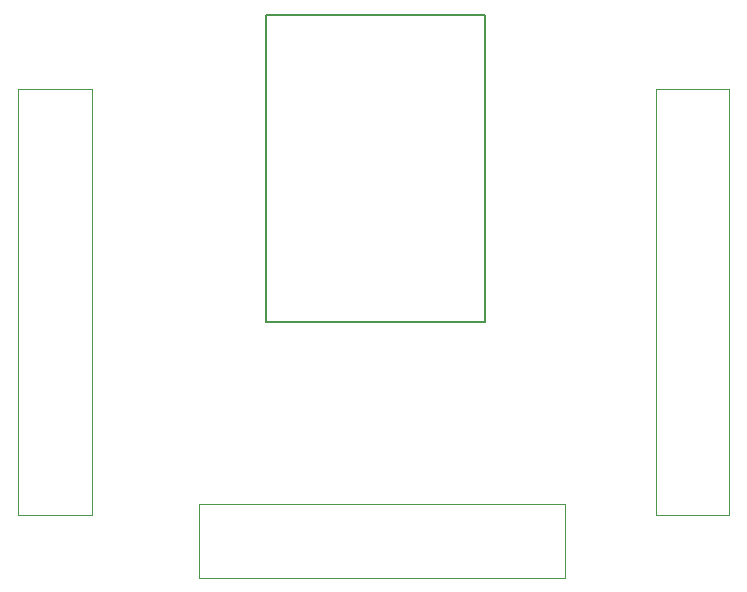
<source format=gbr>
%TF.GenerationSoftware,KiCad,Pcbnew,8.0.0*%
%TF.CreationDate,2024-03-04T00:39:04-06:00*%
%TF.ProjectId,MicrocontrollerTestBoard,4d696372-6f63-46f6-9e74-726f6c6c6572,rev?*%
%TF.SameCoordinates,Original*%
%TF.FileFunction,Other,User*%
%FSLAX46Y46*%
G04 Gerber Fmt 4.6, Leading zero omitted, Abs format (unit mm)*
G04 Created by KiCad (PCBNEW 8.0.0) date 2024-03-04 00:39:04*
%MOMM*%
%LPD*%
G01*
G04 APERTURE LIST*
%ADD10C,0.152400*%
%ADD11C,0.050000*%
G04 APERTURE END LIST*
D10*
%TO.C,U2*%
X142180800Y-93061500D02*
X142180800Y-89010200D01*
X142180800Y-89010200D02*
X142180800Y-89010200D01*
X142180800Y-89010200D02*
X142180800Y-71103200D01*
X142180800Y-71103200D02*
X142180800Y-71103200D01*
X142180800Y-71103200D02*
X142180800Y-67051900D01*
X142180800Y-67051900D02*
X143755600Y-67051900D01*
X143755600Y-67051900D02*
X143755600Y-67051900D01*
X143755600Y-67051900D02*
X159122600Y-67051900D01*
X159122600Y-67051900D02*
X159122600Y-67051900D01*
X159122600Y-67051900D02*
X160697400Y-67051900D01*
X160697400Y-67051900D02*
X160697400Y-71103200D01*
X160697400Y-71103200D02*
X160697400Y-71103200D01*
X160697400Y-71103200D02*
X160697400Y-89010200D01*
X160697400Y-89010200D02*
X160697400Y-89010200D01*
X160697400Y-89010200D02*
X160697400Y-93061500D01*
X160697400Y-93061500D02*
X159122600Y-93061500D01*
X159122600Y-93061500D02*
X159122600Y-93061500D01*
X159122600Y-93061500D02*
X143755600Y-93061500D01*
X143755600Y-93061500D02*
X143755600Y-93061500D01*
X143755600Y-93061500D02*
X142180800Y-93061500D01*
D11*
%TO.C,J3*%
X181352000Y-109343000D02*
X175132000Y-109343000D01*
X175132000Y-109343000D02*
X175132000Y-73283000D01*
X175132000Y-73283000D02*
X181352000Y-73283000D01*
X181352000Y-73283000D02*
X181352000Y-109343000D01*
%TO.C,J2*%
X136469000Y-108457000D02*
X167449000Y-108457000D01*
X136469000Y-114677000D02*
X136469000Y-108457000D01*
X167449000Y-114677000D02*
X136469000Y-114677000D01*
X167449000Y-108457000D02*
X167449000Y-114677000D01*
%TO.C,J1*%
X127377000Y-73283000D02*
X127377000Y-109343000D01*
X121157000Y-73283000D02*
X127377000Y-73283000D01*
X121157000Y-109343000D02*
X121157000Y-73283000D01*
X127377000Y-109343000D02*
X121157000Y-109343000D01*
%TD*%
M02*

</source>
